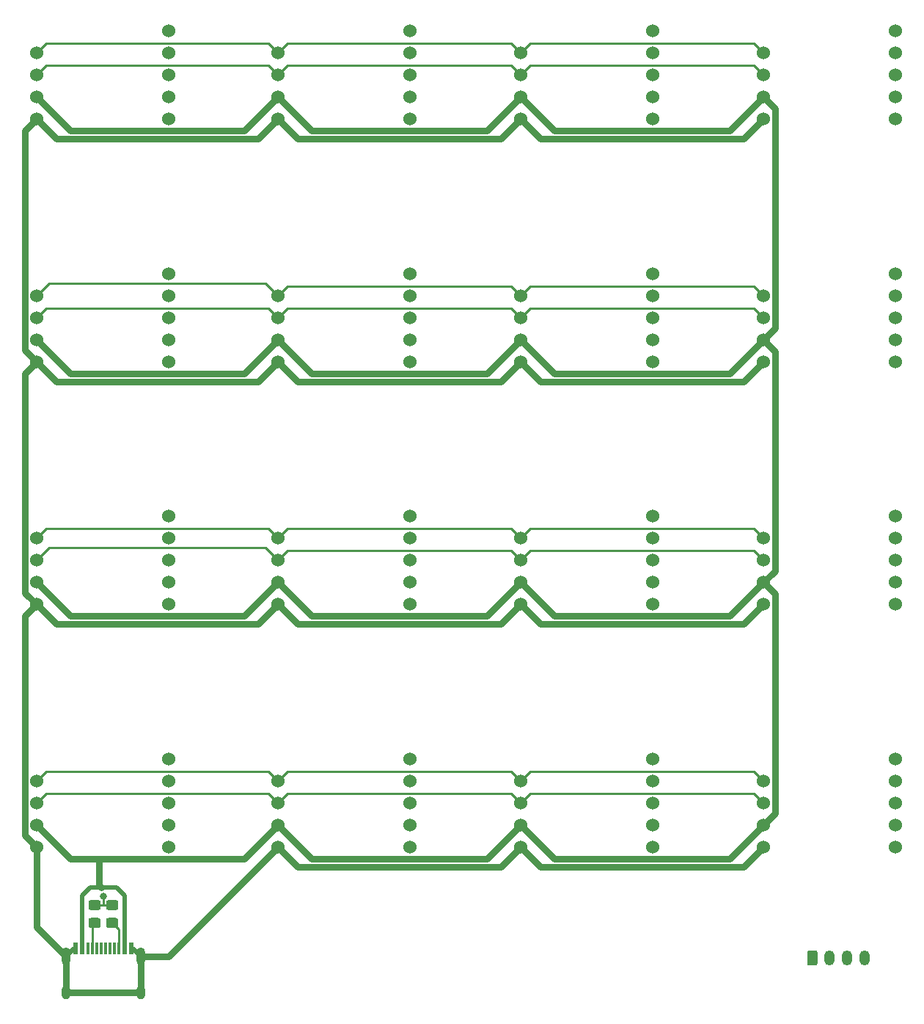
<source format=gbr>
%TF.GenerationSoftware,KiCad,Pcbnew,(5.1.6-0-10_14)*%
%TF.CreationDate,2020-09-05T22:35:39+02:00*%
%TF.ProjectId,m5matrix,6d356d61-7472-4697-982e-6b696361645f,rev?*%
%TF.SameCoordinates,Original*%
%TF.FileFunction,Copper,L1,Top*%
%TF.FilePolarity,Positive*%
%FSLAX46Y46*%
G04 Gerber Fmt 4.6, Leading zero omitted, Abs format (unit mm)*
G04 Created by KiCad (PCBNEW (5.1.6-0-10_14)) date 2020-09-05 22:35:39*
%MOMM*%
%LPD*%
G01*
G04 APERTURE LIST*
%TA.AperFunction,ComponentPad*%
%ADD10O,1.200000X1.750000*%
%TD*%
%TA.AperFunction,ComponentPad*%
%ADD11C,1.524000*%
%TD*%
%TA.AperFunction,SMDPad,CuDef*%
%ADD12R,0.600000X1.450000*%
%TD*%
%TA.AperFunction,SMDPad,CuDef*%
%ADD13R,0.300000X1.450000*%
%TD*%
%TA.AperFunction,ComponentPad*%
%ADD14O,1.000000X2.100000*%
%TD*%
%TA.AperFunction,ComponentPad*%
%ADD15O,1.000000X1.600000*%
%TD*%
%TA.AperFunction,ViaPad*%
%ADD16C,0.800000*%
%TD*%
%TA.AperFunction,Conductor*%
%ADD17C,0.250000*%
%TD*%
%TA.AperFunction,Conductor*%
%ADD18C,0.750000*%
%TD*%
%TA.AperFunction,Conductor*%
%ADD19C,0.500000*%
%TD*%
G04 APERTURE END LIST*
D10*
%TO.P,J2,4*%
%TO.N,/I2C_SCL*%
X176244000Y-155194000D03*
%TO.P,J2,3*%
%TO.N,/I2C_SDA*%
X174244000Y-155194000D03*
%TO.P,J2,2*%
%TO.N,+5V*%
X172244000Y-155194000D03*
%TO.P,J2,1*%
%TO.N,GND*%
%TA.AperFunction,ComponentPad*%
G36*
G01*
X169644000Y-155819001D02*
X169644000Y-154568999D01*
G75*
G02*
X169893999Y-154319000I249999J0D01*
G01*
X170594001Y-154319000D01*
G75*
G02*
X170844000Y-154568999I0J-249999D01*
G01*
X170844000Y-155819001D01*
G75*
G02*
X170594001Y-156069000I-249999J0D01*
G01*
X169893999Y-156069000D01*
G75*
G02*
X169644000Y-155819001I0J249999D01*
G01*
G37*
%TD.AperFunction*%
%TD*%
D11*
%TO.P,U16,6*%
%TO.N,/I2C_SDA*%
X164592000Y-134772400D03*
%TO.P,U16,7*%
%TO.N,/I2C_SCL*%
X164592000Y-137312400D03*
%TO.P,U16,8*%
%TO.N,+5V*%
X164592000Y-139852400D03*
%TO.P,U16,9*%
%TO.N,GND*%
X164592000Y-142392400D03*
%TO.P,U16,5*%
%TO.N,Net-(U16-Pad5)*%
X179832000Y-142392400D03*
%TO.P,U16,4*%
%TO.N,Net-(U16-Pad4)*%
X179832000Y-139852400D03*
%TO.P,U16,3*%
%TO.N,Net-(U16-Pad3)*%
X179832000Y-137312400D03*
%TO.P,U16,2*%
%TO.N,Net-(U16-Pad2)*%
X179832000Y-134772400D03*
%TO.P,U16,1*%
%TO.N,Net-(U16-Pad1)*%
X179832000Y-132232400D03*
%TD*%
%TO.P,U15,6*%
%TO.N,/I2C_SDA*%
X108542666Y-134772400D03*
%TO.P,U15,7*%
%TO.N,/I2C_SCL*%
X108542666Y-137312400D03*
%TO.P,U15,8*%
%TO.N,+5V*%
X108542666Y-139852400D03*
%TO.P,U15,9*%
%TO.N,GND*%
X108542666Y-142392400D03*
%TO.P,U15,5*%
%TO.N,Net-(U15-Pad5)*%
X123782666Y-142392400D03*
%TO.P,U15,4*%
%TO.N,Net-(U15-Pad4)*%
X123782666Y-139852400D03*
%TO.P,U15,3*%
%TO.N,Net-(U15-Pad3)*%
X123782666Y-137312400D03*
%TO.P,U15,2*%
%TO.N,Net-(U15-Pad2)*%
X123782666Y-134772400D03*
%TO.P,U15,1*%
%TO.N,Net-(U15-Pad1)*%
X123782666Y-132232400D03*
%TD*%
%TO.P,U14,6*%
%TO.N,/I2C_SDA*%
X136567332Y-134772400D03*
%TO.P,U14,7*%
%TO.N,/I2C_SCL*%
X136567332Y-137312400D03*
%TO.P,U14,8*%
%TO.N,+5V*%
X136567332Y-139852400D03*
%TO.P,U14,9*%
%TO.N,GND*%
X136567332Y-142392400D03*
%TO.P,U14,5*%
%TO.N,Net-(U14-Pad5)*%
X151807332Y-142392400D03*
%TO.P,U14,4*%
%TO.N,Net-(U14-Pad4)*%
X151807332Y-139852400D03*
%TO.P,U14,3*%
%TO.N,Net-(U14-Pad3)*%
X151807332Y-137312400D03*
%TO.P,U14,2*%
%TO.N,Net-(U14-Pad2)*%
X151807332Y-134772400D03*
%TO.P,U14,1*%
%TO.N,Net-(U14-Pad1)*%
X151807332Y-132232400D03*
%TD*%
%TO.P,U13,6*%
%TO.N,/I2C_SDA*%
X164592000Y-106781600D03*
%TO.P,U13,7*%
%TO.N,/I2C_SCL*%
X164592000Y-109321600D03*
%TO.P,U13,8*%
%TO.N,+5V*%
X164592000Y-111861600D03*
%TO.P,U13,9*%
%TO.N,GND*%
X164592000Y-114401600D03*
%TO.P,U13,5*%
%TO.N,Net-(U13-Pad5)*%
X179832000Y-114401600D03*
%TO.P,U13,4*%
%TO.N,Net-(U13-Pad4)*%
X179832000Y-111861600D03*
%TO.P,U13,3*%
%TO.N,Net-(U13-Pad3)*%
X179832000Y-109321600D03*
%TO.P,U13,2*%
%TO.N,Net-(U13-Pad2)*%
X179832000Y-106781600D03*
%TO.P,U13,1*%
%TO.N,Net-(U13-Pad1)*%
X179832000Y-104241600D03*
%TD*%
%TO.P,U12,6*%
%TO.N,/I2C_SDA*%
X80710526Y-134772400D03*
%TO.P,U12,7*%
%TO.N,/I2C_SCL*%
X80710526Y-137312400D03*
%TO.P,U12,8*%
%TO.N,+5V*%
X80710526Y-139852400D03*
%TO.P,U12,9*%
%TO.N,GND*%
X80710526Y-142392400D03*
%TO.P,U12,5*%
%TO.N,Net-(U12-Pad5)*%
X95950526Y-142392400D03*
%TO.P,U12,4*%
%TO.N,Net-(U12-Pad4)*%
X95950526Y-139852400D03*
%TO.P,U12,3*%
%TO.N,Net-(U12-Pad3)*%
X95950526Y-137312400D03*
%TO.P,U12,2*%
%TO.N,Net-(U12-Pad2)*%
X95950526Y-134772400D03*
%TO.P,U12,1*%
%TO.N,+3V3*%
X95950526Y-132232400D03*
%TD*%
%TO.P,U11,6*%
%TO.N,/I2C_SDA*%
X164592000Y-78790800D03*
%TO.P,U11,7*%
%TO.N,/I2C_SCL*%
X164592000Y-81330800D03*
%TO.P,U11,8*%
%TO.N,+5V*%
X164592000Y-83870800D03*
%TO.P,U11,9*%
%TO.N,GND*%
X164592000Y-86410800D03*
%TO.P,U11,5*%
%TO.N,Net-(U11-Pad5)*%
X179832000Y-86410800D03*
%TO.P,U11,4*%
%TO.N,Net-(U11-Pad4)*%
X179832000Y-83870800D03*
%TO.P,U11,3*%
%TO.N,Net-(U11-Pad3)*%
X179832000Y-81330800D03*
%TO.P,U11,2*%
%TO.N,Net-(U11-Pad2)*%
X179832000Y-78790800D03*
%TO.P,U11,1*%
%TO.N,Net-(U11-Pad1)*%
X179832000Y-76250800D03*
%TD*%
%TO.P,U10,6*%
%TO.N,/I2C_SDA*%
X136567332Y-106781600D03*
%TO.P,U10,7*%
%TO.N,/I2C_SCL*%
X136567332Y-109321600D03*
%TO.P,U10,8*%
%TO.N,+5V*%
X136567332Y-111861600D03*
%TO.P,U10,9*%
%TO.N,GND*%
X136567332Y-114401600D03*
%TO.P,U10,5*%
%TO.N,Net-(U10-Pad5)*%
X151807332Y-114401600D03*
%TO.P,U10,4*%
%TO.N,Net-(U10-Pad4)*%
X151807332Y-111861600D03*
%TO.P,U10,3*%
%TO.N,Net-(U10-Pad3)*%
X151807332Y-109321600D03*
%TO.P,U10,2*%
%TO.N,Net-(U10-Pad2)*%
X151807332Y-106781600D03*
%TO.P,U10,1*%
%TO.N,Net-(U10-Pad1)*%
X151807332Y-104241600D03*
%TD*%
%TO.P,U9,6*%
%TO.N,/I2C_SDA*%
X164592000Y-50800000D03*
%TO.P,U9,7*%
%TO.N,/I2C_SCL*%
X164592000Y-53340000D03*
%TO.P,U9,8*%
%TO.N,+5V*%
X164592000Y-55880000D03*
%TO.P,U9,9*%
%TO.N,GND*%
X164592000Y-58420000D03*
%TO.P,U9,5*%
%TO.N,Net-(U9-Pad5)*%
X179832000Y-58420000D03*
%TO.P,U9,4*%
%TO.N,Net-(U9-Pad4)*%
X179832000Y-55880000D03*
%TO.P,U9,3*%
%TO.N,Net-(U9-Pad3)*%
X179832000Y-53340000D03*
%TO.P,U9,2*%
%TO.N,Net-(U9-Pad2)*%
X179832000Y-50800000D03*
%TO.P,U9,1*%
%TO.N,Net-(U9-Pad1)*%
X179832000Y-48260000D03*
%TD*%
%TO.P,U8,6*%
%TO.N,/I2C_SDA*%
X136567332Y-78790800D03*
%TO.P,U8,7*%
%TO.N,/I2C_SCL*%
X136567332Y-81330800D03*
%TO.P,U8,8*%
%TO.N,+5V*%
X136567332Y-83870800D03*
%TO.P,U8,9*%
%TO.N,GND*%
X136567332Y-86410800D03*
%TO.P,U8,5*%
%TO.N,Net-(U8-Pad5)*%
X151807332Y-86410800D03*
%TO.P,U8,4*%
%TO.N,Net-(U8-Pad4)*%
X151807332Y-83870800D03*
%TO.P,U8,3*%
%TO.N,Net-(U8-Pad3)*%
X151807332Y-81330800D03*
%TO.P,U8,2*%
%TO.N,Net-(U8-Pad2)*%
X151807332Y-78790800D03*
%TO.P,U8,1*%
%TO.N,Net-(U8-Pad1)*%
X151807332Y-76250800D03*
%TD*%
%TO.P,U7,6*%
%TO.N,/I2C_SDA*%
X108542666Y-106781600D03*
%TO.P,U7,7*%
%TO.N,/I2C_SCL*%
X108542666Y-109321600D03*
%TO.P,U7,8*%
%TO.N,+5V*%
X108542666Y-111861600D03*
%TO.P,U7,9*%
%TO.N,GND*%
X108542666Y-114401600D03*
%TO.P,U7,5*%
%TO.N,Net-(U7-Pad5)*%
X123782666Y-114401600D03*
%TO.P,U7,4*%
%TO.N,Net-(U7-Pad4)*%
X123782666Y-111861600D03*
%TO.P,U7,3*%
%TO.N,Net-(U7-Pad3)*%
X123782666Y-109321600D03*
%TO.P,U7,2*%
%TO.N,Net-(U7-Pad2)*%
X123782666Y-106781600D03*
%TO.P,U7,1*%
%TO.N,Net-(U7-Pad1)*%
X123782666Y-104241600D03*
%TD*%
%TO.P,U6,6*%
%TO.N,/I2C_SDA*%
X136567332Y-50800000D03*
%TO.P,U6,7*%
%TO.N,/I2C_SCL*%
X136567332Y-53340000D03*
%TO.P,U6,8*%
%TO.N,+5V*%
X136567332Y-55880000D03*
%TO.P,U6,9*%
%TO.N,GND*%
X136567332Y-58420000D03*
%TO.P,U6,5*%
%TO.N,Net-(U6-Pad5)*%
X151807332Y-58420000D03*
%TO.P,U6,4*%
%TO.N,Net-(U6-Pad4)*%
X151807332Y-55880000D03*
%TO.P,U6,3*%
%TO.N,Net-(U6-Pad3)*%
X151807332Y-53340000D03*
%TO.P,U6,2*%
%TO.N,Net-(U6-Pad2)*%
X151807332Y-50800000D03*
%TO.P,U6,1*%
%TO.N,Net-(U6-Pad1)*%
X151807332Y-48260000D03*
%TD*%
%TO.P,U5,6*%
%TO.N,/I2C_SDA*%
X108542666Y-78790800D03*
%TO.P,U5,7*%
%TO.N,/I2C_SCL*%
X108542666Y-81330800D03*
%TO.P,U5,8*%
%TO.N,+5V*%
X108542666Y-83870800D03*
%TO.P,U5,9*%
%TO.N,GND*%
X108542666Y-86410800D03*
%TO.P,U5,5*%
%TO.N,Net-(U5-Pad5)*%
X123782666Y-86410800D03*
%TO.P,U5,4*%
%TO.N,Net-(U5-Pad4)*%
X123782666Y-83870800D03*
%TO.P,U5,3*%
%TO.N,Net-(U5-Pad3)*%
X123782666Y-81330800D03*
%TO.P,U5,2*%
%TO.N,Net-(U5-Pad2)*%
X123782666Y-78790800D03*
%TO.P,U5,1*%
%TO.N,Net-(U5-Pad1)*%
X123782666Y-76250800D03*
%TD*%
%TO.P,U4,6*%
%TO.N,/I2C_SDA*%
X80710526Y-106781600D03*
%TO.P,U4,7*%
%TO.N,/I2C_SCL*%
X80710526Y-109321600D03*
%TO.P,U4,8*%
%TO.N,+5V*%
X80710526Y-111861600D03*
%TO.P,U4,9*%
%TO.N,GND*%
X80710526Y-114401600D03*
%TO.P,U4,5*%
%TO.N,Net-(U4-Pad5)*%
X95950526Y-114401600D03*
%TO.P,U4,4*%
%TO.N,Net-(U4-Pad4)*%
X95950526Y-111861600D03*
%TO.P,U4,3*%
%TO.N,Net-(U4-Pad3)*%
X95950526Y-109321600D03*
%TO.P,U4,2*%
%TO.N,Net-(U4-Pad2)*%
X95950526Y-106781600D03*
%TO.P,U4,1*%
%TO.N,Net-(U4-Pad1)*%
X95950526Y-104241600D03*
%TD*%
%TO.P,U3,6*%
%TO.N,/I2C_SDA*%
X108542666Y-50800000D03*
%TO.P,U3,7*%
%TO.N,/I2C_SCL*%
X108542666Y-53340000D03*
%TO.P,U3,8*%
%TO.N,+5V*%
X108542666Y-55880000D03*
%TO.P,U3,9*%
%TO.N,GND*%
X108542666Y-58420000D03*
%TO.P,U3,5*%
%TO.N,Net-(U3-Pad5)*%
X123782666Y-58420000D03*
%TO.P,U3,4*%
%TO.N,Net-(U3-Pad4)*%
X123782666Y-55880000D03*
%TO.P,U3,3*%
%TO.N,Net-(U3-Pad3)*%
X123782666Y-53340000D03*
%TO.P,U3,2*%
%TO.N,Net-(U3-Pad2)*%
X123782666Y-50800000D03*
%TO.P,U3,1*%
%TO.N,Net-(U3-Pad1)*%
X123782666Y-48260000D03*
%TD*%
%TO.P,U2,6*%
%TO.N,/I2C_SDA*%
X80710526Y-78790800D03*
%TO.P,U2,7*%
%TO.N,/I2C_SCL*%
X80710526Y-81330800D03*
%TO.P,U2,8*%
%TO.N,+5V*%
X80710526Y-83870800D03*
%TO.P,U2,9*%
%TO.N,GND*%
X80710526Y-86410800D03*
%TO.P,U2,5*%
%TO.N,Net-(U2-Pad5)*%
X95950526Y-86410800D03*
%TO.P,U2,4*%
%TO.N,Net-(U2-Pad4)*%
X95950526Y-83870800D03*
%TO.P,U2,3*%
%TO.N,Net-(U2-Pad3)*%
X95950526Y-81330800D03*
%TO.P,U2,2*%
%TO.N,Net-(U2-Pad2)*%
X95950526Y-78790800D03*
%TO.P,U2,1*%
%TO.N,Net-(U2-Pad1)*%
X95950526Y-76250800D03*
%TD*%
%TO.P,U1,6*%
%TO.N,/I2C_SDA*%
X80710526Y-50800000D03*
%TO.P,U1,7*%
%TO.N,/I2C_SCL*%
X80710526Y-53340000D03*
%TO.P,U1,8*%
%TO.N,+5V*%
X80710526Y-55880000D03*
%TO.P,U1,9*%
%TO.N,GND*%
X80710526Y-58420000D03*
%TO.P,U1,5*%
%TO.N,Net-(U1-Pad5)*%
X95950526Y-58420000D03*
%TO.P,U1,4*%
%TO.N,Net-(U1-Pad4)*%
X95950526Y-55880000D03*
%TO.P,U1,3*%
%TO.N,Net-(U1-Pad3)*%
X95950526Y-53340000D03*
%TO.P,U1,2*%
%TO.N,Net-(U1-Pad2)*%
X95950526Y-50800000D03*
%TO.P,U1,1*%
%TO.N,Net-(U1-Pad1)*%
X95950526Y-48260000D03*
%TD*%
%TO.P,R2,2*%
%TO.N,Net-(J1-PadB5)*%
%TA.AperFunction,SMDPad,CuDef*%
G36*
G01*
X88957999Y-150564000D02*
X89858001Y-150564000D01*
G75*
G02*
X90108000Y-150813999I0J-249999D01*
G01*
X90108000Y-151464001D01*
G75*
G02*
X89858001Y-151714000I-249999J0D01*
G01*
X88957999Y-151714000D01*
G75*
G02*
X88708000Y-151464001I0J249999D01*
G01*
X88708000Y-150813999D01*
G75*
G02*
X88957999Y-150564000I249999J0D01*
G01*
G37*
%TD.AperFunction*%
%TO.P,R2,1*%
%TO.N,GND*%
%TA.AperFunction,SMDPad,CuDef*%
G36*
G01*
X88957999Y-148514000D02*
X89858001Y-148514000D01*
G75*
G02*
X90108000Y-148763999I0J-249999D01*
G01*
X90108000Y-149414001D01*
G75*
G02*
X89858001Y-149664000I-249999J0D01*
G01*
X88957999Y-149664000D01*
G75*
G02*
X88708000Y-149414001I0J249999D01*
G01*
X88708000Y-148763999D01*
G75*
G02*
X88957999Y-148514000I249999J0D01*
G01*
G37*
%TD.AperFunction*%
%TD*%
%TO.P,R1,2*%
%TO.N,Net-(J1-PadA5)*%
%TA.AperFunction,SMDPad,CuDef*%
G36*
G01*
X86925999Y-150564000D02*
X87826001Y-150564000D01*
G75*
G02*
X88076000Y-150813999I0J-249999D01*
G01*
X88076000Y-151464001D01*
G75*
G02*
X87826001Y-151714000I-249999J0D01*
G01*
X86925999Y-151714000D01*
G75*
G02*
X86676000Y-151464001I0J249999D01*
G01*
X86676000Y-150813999D01*
G75*
G02*
X86925999Y-150564000I249999J0D01*
G01*
G37*
%TD.AperFunction*%
%TO.P,R1,1*%
%TO.N,GND*%
%TA.AperFunction,SMDPad,CuDef*%
G36*
G01*
X86925999Y-148514000D02*
X87826001Y-148514000D01*
G75*
G02*
X88076000Y-148763999I0J-249999D01*
G01*
X88076000Y-149414001D01*
G75*
G02*
X87826001Y-149664000I-249999J0D01*
G01*
X86925999Y-149664000D01*
G75*
G02*
X86676000Y-149414001I0J249999D01*
G01*
X86676000Y-148763999D01*
G75*
G02*
X86925999Y-148514000I249999J0D01*
G01*
G37*
%TD.AperFunction*%
%TD*%
D12*
%TO.P,J1,B1*%
%TO.N,GND*%
X91642000Y-154095400D03*
%TO.P,J1,A9*%
%TO.N,+5V*%
X90842000Y-154095400D03*
%TO.P,J1,B9*%
X85942000Y-154095400D03*
%TO.P,J1,B12*%
%TO.N,GND*%
X85142000Y-154095400D03*
%TO.P,J1,A1*%
X85142000Y-154095400D03*
%TO.P,J1,A4*%
%TO.N,+5V*%
X85942000Y-154095400D03*
%TO.P,J1,B4*%
X90842000Y-154095400D03*
%TO.P,J1,A12*%
%TO.N,GND*%
X91642000Y-154095400D03*
D13*
%TO.P,J1,B8*%
%TO.N,Net-(J1-PadB8)*%
X86642000Y-154095400D03*
%TO.P,J1,A5*%
%TO.N,Net-(J1-PadA5)*%
X87142000Y-154095400D03*
%TO.P,J1,B7*%
%TO.N,Net-(J1-PadB7)*%
X87642000Y-154095400D03*
%TO.P,J1,A7*%
%TO.N,Net-(J1-PadA7)*%
X88642000Y-154095400D03*
%TO.P,J1,B6*%
%TO.N,Net-(J1-PadB6)*%
X89142000Y-154095400D03*
%TO.P,J1,A8*%
%TO.N,Net-(J1-PadA8)*%
X89642000Y-154095400D03*
%TO.P,J1,B5*%
%TO.N,Net-(J1-PadB5)*%
X90142000Y-154095400D03*
%TO.P,J1,A6*%
%TO.N,Net-(J1-PadA6)*%
X88142000Y-154095400D03*
D14*
%TO.P,J1,S1*%
%TO.N,GND*%
X92712000Y-155010400D03*
X84072000Y-155010400D03*
D15*
X84072000Y-159190400D03*
X92712000Y-159190400D03*
%TD*%
D16*
%TO.N,GND*%
X88392000Y-148082000D03*
%TD*%
D17*
%TO.N,GND*%
X88383000Y-148091000D02*
X88392000Y-148082000D01*
X89408000Y-149089000D02*
X88383000Y-149089000D01*
X88383000Y-149089000D02*
X88383000Y-148091000D01*
X88383000Y-149089000D02*
X87376000Y-149089000D01*
D18*
X106255655Y-60707011D02*
X108542666Y-58420000D01*
X82997537Y-60707011D02*
X106255655Y-60707011D01*
X80710526Y-58420000D02*
X82997537Y-60707011D01*
X110829677Y-60707011D02*
X134280321Y-60707011D01*
X134280321Y-60707011D02*
X136567332Y-58420000D01*
X108542666Y-58420000D02*
X110829677Y-60707011D01*
X162304989Y-60707011D02*
X164592000Y-58420000D01*
X138854343Y-60707011D02*
X162304989Y-60707011D01*
X136567332Y-58420000D02*
X138854343Y-60707011D01*
X79373525Y-59757001D02*
X79373525Y-85073799D01*
X79373525Y-85073799D02*
X80710526Y-86410800D01*
X80710526Y-58420000D02*
X79373525Y-59757001D01*
X106255655Y-88697811D02*
X108542666Y-86410800D01*
X82997537Y-88697811D02*
X106255655Y-88697811D01*
X80710526Y-86410800D02*
X82997537Y-88697811D01*
X134280321Y-88697811D02*
X136567332Y-86410800D01*
X110829677Y-88697811D02*
X134280321Y-88697811D01*
X108542666Y-86410800D02*
X110829677Y-88697811D01*
X162304989Y-88697811D02*
X164592000Y-86410800D01*
X138854343Y-88697811D02*
X162304989Y-88697811D01*
X136567332Y-86410800D02*
X138854343Y-88697811D01*
X79373525Y-113064599D02*
X80710526Y-114401600D01*
X79373525Y-87747801D02*
X79373525Y-113064599D01*
X80710526Y-86410800D02*
X79373525Y-87747801D01*
X106255655Y-116688611D02*
X108542666Y-114401600D01*
X82997537Y-116688611D02*
X106255655Y-116688611D01*
X80710526Y-114401600D02*
X82997537Y-116688611D01*
X134280321Y-116688611D02*
X136567332Y-114401600D01*
X110829677Y-116688611D02*
X134280321Y-116688611D01*
X108542666Y-114401600D02*
X110829677Y-116688611D01*
X138854343Y-116688611D02*
X162304989Y-116688611D01*
X162304989Y-116688611D02*
X164592000Y-114401600D01*
X136567332Y-114401600D02*
X138854343Y-116688611D01*
X79373525Y-141055399D02*
X80710526Y-142392400D01*
X79373525Y-115738601D02*
X79373525Y-141055399D01*
X80710526Y-114401600D02*
X79373525Y-115738601D01*
X80710526Y-151648926D02*
X84072000Y-155010400D01*
X80710526Y-142392400D02*
X80710526Y-151648926D01*
X95924666Y-155010400D02*
X108542666Y-142392400D01*
X92712000Y-155010400D02*
X95924666Y-155010400D01*
X84072000Y-155010400D02*
X84072000Y-159190400D01*
X84072000Y-159190400D02*
X92712000Y-159190400D01*
X92712000Y-159190400D02*
X92712000Y-155010400D01*
D19*
X84987000Y-154095400D02*
X84072000Y-155010400D01*
X85142000Y-154095400D02*
X84987000Y-154095400D01*
X91797000Y-154095400D02*
X92712000Y-155010400D01*
X91642000Y-154095400D02*
X91797000Y-154095400D01*
D18*
X110829677Y-144679411D02*
X134280321Y-144679411D01*
X134280321Y-144679411D02*
X136567332Y-142392400D01*
X108542666Y-142392400D02*
X110829677Y-144679411D01*
X162304989Y-144679411D02*
X164592000Y-142392400D01*
X138854343Y-144679411D02*
X162304989Y-144679411D01*
X136567332Y-142392400D02*
X138854343Y-144679411D01*
D19*
%TO.N,+5V*%
X89916000Y-147066000D02*
X90842000Y-147992000D01*
X90842000Y-147992000D02*
X90842000Y-154095400D01*
X85942000Y-147992000D02*
X86868000Y-147066000D01*
X85942000Y-154095400D02*
X85942000Y-147992000D01*
D18*
X104665665Y-143729401D02*
X108542666Y-139852400D01*
X80710526Y-139852400D02*
X84587527Y-143729401D01*
X132690331Y-143729401D02*
X136567332Y-139852400D01*
X112419667Y-143729401D02*
X132690331Y-143729401D01*
X108542666Y-139852400D02*
X112419667Y-143729401D01*
X160714999Y-143729401D02*
X164592000Y-139852400D01*
X140444333Y-143729401D02*
X160714999Y-143729401D01*
X136567332Y-139852400D02*
X140444333Y-143729401D01*
X165929001Y-138515399D02*
X165929001Y-113198601D01*
X165929001Y-113198601D02*
X164592000Y-111861600D01*
X164592000Y-139852400D02*
X165929001Y-138515399D01*
X165929001Y-85207801D02*
X164592000Y-83870800D01*
X165929001Y-110524599D02*
X165929001Y-85207801D01*
X164592000Y-111861600D02*
X165929001Y-110524599D01*
X165929001Y-57217001D02*
X164592000Y-55880000D01*
X165929001Y-82533799D02*
X165929001Y-57217001D01*
X164592000Y-83870800D02*
X165929001Y-82533799D01*
X140444333Y-59757001D02*
X136567332Y-55880000D01*
X160714999Y-59757001D02*
X140444333Y-59757001D01*
X164592000Y-55880000D02*
X160714999Y-59757001D01*
X112419667Y-59757001D02*
X108542666Y-55880000D01*
X132690331Y-59757001D02*
X112419667Y-59757001D01*
X136567332Y-55880000D02*
X132690331Y-59757001D01*
X84587527Y-59757001D02*
X80710526Y-55880000D01*
X104665665Y-59757001D02*
X84587527Y-59757001D01*
X108542666Y-55880000D02*
X104665665Y-59757001D01*
X104665665Y-87747801D02*
X108542666Y-83870800D01*
X84587527Y-87747801D02*
X104665665Y-87747801D01*
X80710526Y-83870800D02*
X84587527Y-87747801D01*
X132690331Y-87747801D02*
X136567332Y-83870800D01*
X112419667Y-87747801D02*
X132690331Y-87747801D01*
X108542666Y-83870800D02*
X112419667Y-87747801D01*
X140444333Y-87747801D02*
X160714999Y-87747801D01*
X160714999Y-87747801D02*
X164592000Y-83870800D01*
X136567332Y-83870800D02*
X140444333Y-87747801D01*
X84587527Y-115738601D02*
X104665665Y-115738601D01*
X104665665Y-115738601D02*
X108542666Y-111861600D01*
X80710526Y-111861600D02*
X84587527Y-115738601D01*
X132690331Y-115738601D02*
X136567332Y-111861600D01*
X112419667Y-115738601D02*
X132690331Y-115738601D01*
X108542666Y-111861600D02*
X112419667Y-115738601D01*
X160714999Y-115738601D02*
X164592000Y-111861600D01*
X140444333Y-115738601D02*
X160714999Y-115738601D01*
X136567332Y-111861600D02*
X140444333Y-115738601D01*
X87918599Y-143729401D02*
X87918599Y-146846599D01*
D19*
X88138000Y-147066000D02*
X89916000Y-147066000D01*
D18*
X84587527Y-143729401D02*
X87918599Y-143729401D01*
X87918599Y-146846599D02*
X88138000Y-147066000D01*
D19*
X86868000Y-147066000D02*
X88138000Y-147066000D01*
D18*
X87918599Y-143729401D02*
X104665665Y-143729401D01*
D17*
%TO.N,Net-(J1-PadA5)*%
X87142000Y-151373000D02*
X87376000Y-151139000D01*
X87142000Y-154095400D02*
X87142000Y-151373000D01*
%TO.N,Net-(J1-PadB5)*%
X90142000Y-151873000D02*
X89408000Y-151139000D01*
X90142000Y-154095400D02*
X90142000Y-151873000D01*
%TO.N,/I2C_SDA*%
X107455665Y-49712999D02*
X108542666Y-50800000D01*
X81797527Y-49712999D02*
X107455665Y-49712999D01*
X80710526Y-50800000D02*
X81797527Y-49712999D01*
X135480331Y-49712999D02*
X136567332Y-50800000D01*
X109629667Y-49712999D02*
X135480331Y-49712999D01*
X108542666Y-50800000D02*
X109629667Y-49712999D01*
X163504999Y-49712999D02*
X164592000Y-50800000D01*
X137654333Y-49712999D02*
X163504999Y-49712999D01*
X136567332Y-50800000D02*
X137654333Y-49712999D01*
X107089667Y-77337801D02*
X108542666Y-78790800D01*
X82163525Y-77337801D02*
X107089667Y-77337801D01*
X80710526Y-78790800D02*
X82163525Y-77337801D01*
X109629667Y-77703799D02*
X135480331Y-77703799D01*
X135480331Y-77703799D02*
X136567332Y-78790800D01*
X108542666Y-78790800D02*
X109629667Y-77703799D01*
X137654333Y-77703799D02*
X163504999Y-77703799D01*
X163504999Y-77703799D02*
X164592000Y-78790800D01*
X136567332Y-78790800D02*
X137654333Y-77703799D01*
X81797527Y-105694599D02*
X107455665Y-105694599D01*
X107455665Y-105694599D02*
X108542666Y-106781600D01*
X80710526Y-106781600D02*
X81797527Y-105694599D01*
X135480331Y-105694599D02*
X136567332Y-106781600D01*
X109629667Y-105694599D02*
X135480331Y-105694599D01*
X108542666Y-106781600D02*
X109629667Y-105694599D01*
X163504999Y-105694599D02*
X164592000Y-106781600D01*
X137654333Y-105694599D02*
X163504999Y-105694599D01*
X136567332Y-106781600D02*
X137654333Y-105694599D01*
X81797527Y-133685399D02*
X107455665Y-133685399D01*
X107455665Y-133685399D02*
X108542666Y-134772400D01*
X80710526Y-134772400D02*
X81797527Y-133685399D01*
X135480331Y-133685399D02*
X136567332Y-134772400D01*
X109629667Y-133685399D02*
X135480331Y-133685399D01*
X108542666Y-134772400D02*
X109629667Y-133685399D01*
X137654333Y-133685399D02*
X163504999Y-133685399D01*
X163504999Y-133685399D02*
X164592000Y-134772400D01*
X136567332Y-134772400D02*
X137654333Y-133685399D01*
%TO.N,/I2C_SCL*%
X107455665Y-52252999D02*
X108542666Y-53340000D01*
X81797527Y-52252999D02*
X107455665Y-52252999D01*
X80710526Y-53340000D02*
X81797527Y-52252999D01*
X135480331Y-52252999D02*
X136567332Y-53340000D01*
X109629667Y-52252999D02*
X135480331Y-52252999D01*
X108542666Y-53340000D02*
X109629667Y-52252999D01*
X163504999Y-52252999D02*
X164592000Y-53340000D01*
X137654333Y-52252999D02*
X163504999Y-52252999D01*
X136567332Y-53340000D02*
X137654333Y-52252999D01*
X107455665Y-80243799D02*
X108542666Y-81330800D01*
X81797527Y-80243799D02*
X107455665Y-80243799D01*
X80710526Y-81330800D02*
X81797527Y-80243799D01*
X135480331Y-80243799D02*
X136567332Y-81330800D01*
X109629667Y-80243799D02*
X135480331Y-80243799D01*
X108542666Y-81330800D02*
X109629667Y-80243799D01*
X137654333Y-80243799D02*
X163504999Y-80243799D01*
X163504999Y-80243799D02*
X164592000Y-81330800D01*
X136567332Y-81330800D02*
X137654333Y-80243799D01*
X107089667Y-107868601D02*
X108542666Y-109321600D01*
X82163525Y-107868601D02*
X107089667Y-107868601D01*
X80710526Y-109321600D02*
X82163525Y-107868601D01*
X135480331Y-108234599D02*
X136567332Y-109321600D01*
X109629667Y-108234599D02*
X135480331Y-108234599D01*
X108542666Y-109321600D02*
X109629667Y-108234599D01*
X163504999Y-108234599D02*
X164592000Y-109321600D01*
X137654333Y-108234599D02*
X163504999Y-108234599D01*
X136567332Y-109321600D02*
X137654333Y-108234599D01*
X107455665Y-136225399D02*
X108542666Y-137312400D01*
X81797527Y-136225399D02*
X107455665Y-136225399D01*
X80710526Y-137312400D02*
X81797527Y-136225399D01*
X109629667Y-136225399D02*
X135480331Y-136225399D01*
X135480331Y-136225399D02*
X136567332Y-137312400D01*
X108542666Y-137312400D02*
X109629667Y-136225399D01*
X163504999Y-136225399D02*
X164592000Y-137312400D01*
X137654333Y-136225399D02*
X163504999Y-136225399D01*
X136567332Y-137312400D02*
X137654333Y-136225399D01*
%TD*%
M02*

</source>
